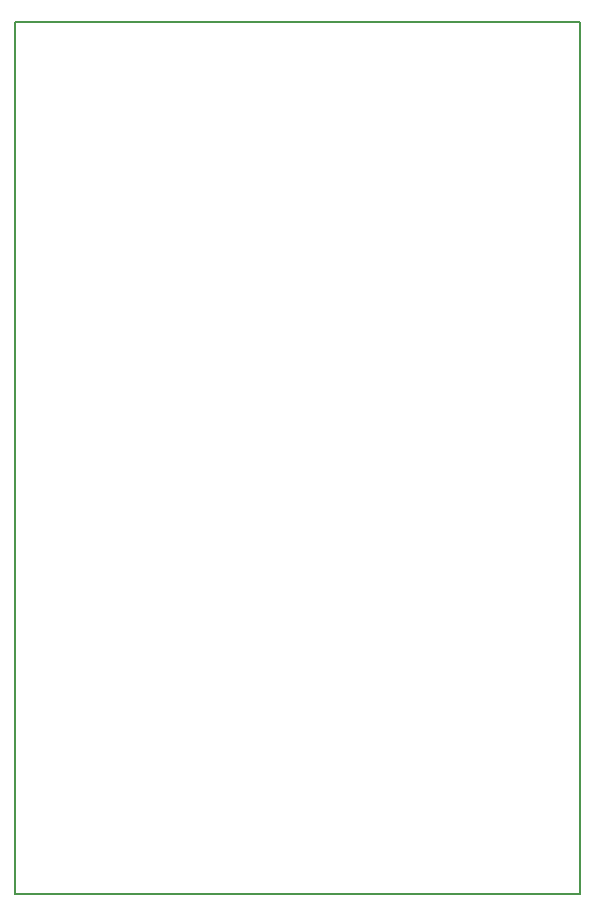
<source format=gm1>
G04 MADE WITH FRITZING*
G04 WWW.FRITZING.ORG*
G04 DOUBLE SIDED*
G04 HOLES PLATED*
G04 CONTOUR ON CENTER OF CONTOUR VECTOR*
%ASAXBY*%
%FSLAX23Y23*%
%MOIN*%
%OFA0B0*%
%SFA1.0B1.0*%
%ADD10R,1.889760X2.913390*%
%ADD11C,0.008000*%
%ADD10C,0.008*%
%LNCONTOUR*%
G90*
G70*
G54D10*
G54D11*
X4Y2909D02*
X1886Y2909D01*
X1886Y4D01*
X4Y4D01*
X4Y2909D01*
D02*
G04 End of contour*
M02*
</source>
